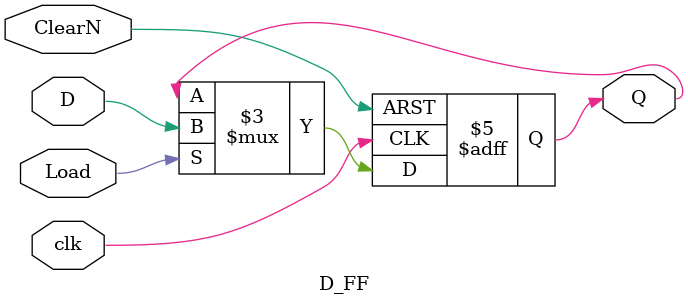
<source format=v>
module D_FF(clk, ClearN, Load, D, Q);

input clk, ClearN, Load, D;
output reg Q;

always @ (posedge clk or negedge ClearN) begin
  if(ClearN == 0)
    Q <= 0;
  else if (Load)
    Q <= D;
end


endmodule
</source>
